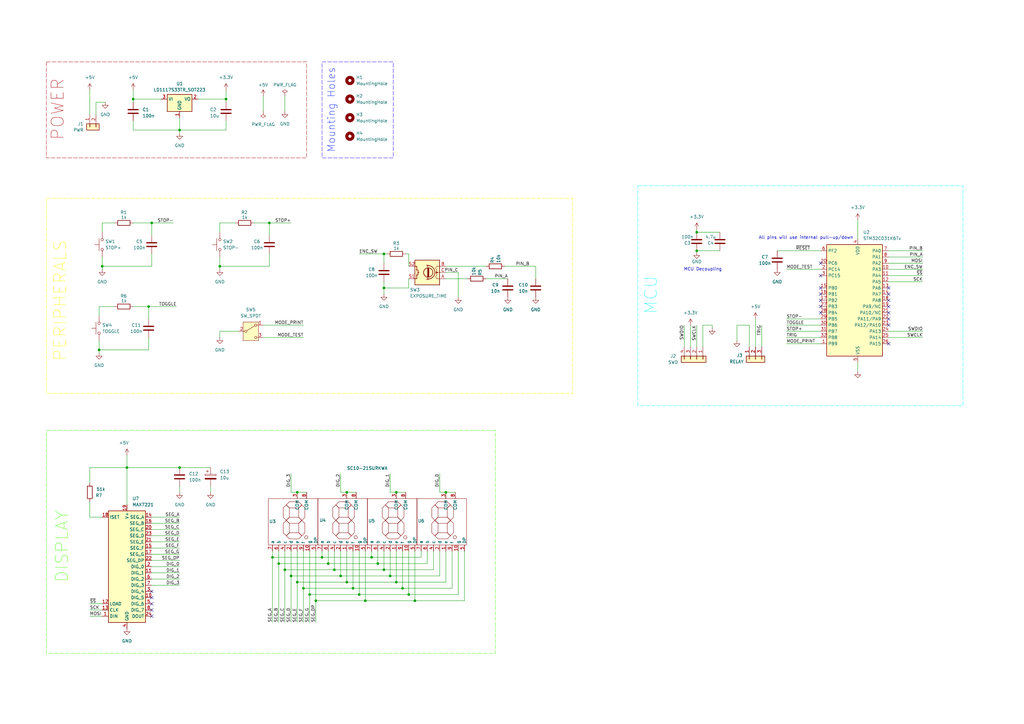
<source format=kicad_sch>
(kicad_sch (version 20231120) (generator "eeschema") (generator_version "8.0")
  (paper "A3")
  (title_block (title "Enlarger Timer") (date "2024-02-11") (rev "1A") (company "sudochamp"))
  (lib_symbols
    (symbol "7_segment:SC10-21SURKWA"
      (property "Reference" "U" (at -12.7 12.7 0))
      (property "Value" "SC10-21SURKWA" (at -7.62 10.16 0))
      (symbol "SC10-21SURKWA_1_1"
        (pin input line (at 1.27 -12.7 90) (length 2.54) (name "e") (number "1"))
        (pin input line (at 6.35 -12.7 90) (length 2.54) (name "g") (number "10"))
        (pin input line (at -1.27 -12.7 90) (length 2.54) (name "d") (number "2"))
        (pin input line (at 1.27 11.43 270) (length 2.54) (name "COM") (number "3"))
        (pin input line (at -3.81 -12.7 90) (length 2.54) (name "c") (number "4"))
        (pin input line (at 8.89 -12.7 90) (length 2.54) (name "DP") (number "5"))
        (pin input line (at -6.35 -12.7 90) (length 2.54) (name "b") (number "6"))
        (pin input line (at -8.89 -12.7 90) (length 2.54) (name "a") (number "7"))
        (pin input line (at 5.08 11.43 270) (length 2.54) (name "COM") (number "8"))
        (pin input line (at 3.81 -12.7 90) (length 2.54) (name "f") (number "9"))
      )
    )
    (symbol "Connector_Generic:Conn_01x02" (pin_names (offset 1.016) hide)
      (property "Reference" "J" (at 0 2.54 0))
      (property "Value" "Conn_01x02" (at 0 -5.08 0))
      (symbol "Conn_01x02_1_1"
        (pin passive line (at -5.08 0 0) (length 3.81) (name "Pin_1") (number "1"))
        (pin passive line (at -5.08 -2.54 0) (length 3.81) (name "Pin_2") (number "2"))
      )
    )
    (symbol "Connector_Generic:Conn_01x03" (pin_names (offset 1.016) hide)
      (property "Reference" "J" (at 0 5.08 0))
      (property "Value" "Conn_01x03" (at 0 -5.08 0))
      (symbol "Conn_01x03_1_1"
        (pin passive line (at -5.08 2.54 0) (length 3.81) (name "Pin_1") (number "1"))
        (pin passive line (at -5.08 0 0) (length 3.81) (name "Pin_2") (number "2"))
        (pin passive line (at -5.08 -2.54 0) (length 3.81) (name "Pin_3") (number "3"))
      )
    )
    (symbol "Connector_Generic:Conn_01x04" (pin_names (offset 1.016) hide)
      (property "Reference" "J" (at 0 5.08 0))
      (property "Value" "Conn_01x04" (at 0 -7.62 0))
      (symbol "Conn_01x04_1_1"
        (pin passive line (at -5.08 2.54 0) (length 3.81) (name "Pin_1") (number "1"))
        (pin passive line (at -5.08 0 0) (length 3.81) (name "Pin_2") (number "2"))
        (pin passive line (at -5.08 -2.54 0) (length 3.81) (name "Pin_3") (number "3"))
        (pin passive line (at -5.08 -5.08 0) (length 3.81) (name "Pin_4") (number "4"))
      )
    )
    (symbol "Device:C" (pin_numbers hide) (pin_names (offset 0.254))
      (property "Reference" "C" (at 0.635 2.54 0))
      (property "Value" "C" (at 0.635 -2.54 0))
      (symbol "C_1_1"
        (pin passive line (at 0 3.81 270) (length 2.794) (name "~") (number "1"))
        (pin passive line (at 0 -3.81 90) (length 2.794) (name "~") (number "2"))
      )
    )
    (symbol "Device:C_Polarized" (pin_numbers hide) (pin_names (offset 0.254))
      (property "Reference" "C" (at 0.635 2.54 0))
      (property "Value" "C_Polarized" (at 0.635 -2.54 0))
      (symbol "C_Polarized_1_1"
        (pin passive line (at 0 3.81 270) (length 2.794) (name "~") (number "1"))
        (pin passive line (at 0 -3.81 90) (length 2.794) (name "~") (number "2"))
      )
    )
    (symbol "Device:R" (pin_numbers hide) (pin_names (offset 0))
      (property "Reference" "R" (at 2.032 0 90))
      (property "Value" "R" (at 0 0 90))
      (symbol "R_1_1"
        (pin passive line (at 0 3.81 270) (length 1.27) (name "~") (number "1"))
        (pin passive line (at 0 -3.81 90) (length 1.27) (name "~") (number "2"))
      )
    )
    (symbol "Device:RotaryEncoder_Switch" (pin_names (offset 0.254) hide)
      (property "Reference" "SW" (at 0 6.604 0))
      (property "Value" "RotaryEncoder_Switch" (at 0 -6.604 0))
      (symbol "RotaryEncoder_Switch_1_1"
        (pin passive line (at -7.62 2.54 0) (length 2.54) (name "A") (number "A"))
        (pin passive line (at -7.62 -2.54 0) (length 2.54) (name "B") (number "B"))
        (pin passive line (at -7.62 0 0) (length 2.54) (name "C") (number "C"))
        (pin passive line (at 7.62 2.54 180) (length 2.54) (name "S1") (number "S1"))
        (pin passive line (at 7.62 -2.54 180) (length 2.54) (name "S2") (number "S2"))
      )
    )
    (symbol "Driver_LED:MAX7219"
      (property "Reference" "U" (at -6.35 24.13 0))
      (property "Value" "MAX7219" (at 1.27 25.4 0))
      (symbol "MAX7219_1_1"
        (pin input line (at -10.16 -20.32 0) (length 2.54) (name "DIN") (number "1"))
        (pin output line (at 10.16 -12.7 180) (length 2.54) (name "DIG_5") (number "10"))
        (pin output line (at 10.16 -2.54 180) (length 2.54) (name "DIG_1") (number "11"))
        (pin input line (at -10.16 -15.24 0) (length 2.54) (name "LOAD") (number "12"))
        (pin input line (at -10.16 -17.78 0) (length 2.54) (name "CLK") (number "13"))
        (pin output line (at 10.16 20.32 180) (length 2.54) (name "SEG_A") (number "14"))
        (pin output line (at 10.16 7.62 180) (length 2.54) (name "SEG_F") (number "15"))
        (pin output line (at 10.16 17.78 180) (length 2.54) (name "SEG_B") (number "16"))
        (pin output line (at 10.16 5.08 180) (length 2.54) (name "SEG_G") (number "17"))
        (pin input line (at -10.16 20.32 0) (length 2.54) (name "ISET") (number "18"))
        (pin power_in line (at 0 25.4 270) (length 2.54) (name "V+") (number "19"))
        (pin output line (at 10.16 0 180) (length 2.54) (name "DIG_0") (number "2"))
        (pin output line (at 10.16 15.24 180) (length 2.54) (name "SEG_C") (number "20"))
        (pin output line (at 10.16 10.16 180) (length 2.54) (name "SEG_E") (number "21"))
        (pin output line (at 10.16 2.54 180) (length 2.54) (name "SEG_DP") (number "22"))
        (pin output line (at 10.16 12.7 180) (length 2.54) (name "SEG_D") (number "23"))
        (pin output line (at 10.16 -20.32 180) (length 2.54) (name "DOUT") (number "24"))
        (pin output line (at 10.16 -10.16 180) (length 2.54) (name "DIG_4") (number "3"))
        (pin power_in line (at 0 -25.4 90) (length 2.54) (name "GND") (number "4"))
        (pin output line (at 10.16 -15.24 180) (length 2.54) (name "DIG_6") (number "5"))
        (pin output line (at 10.16 -5.08 180) (length 2.54) (name "DIG_2") (number "6"))
        (pin output line (at 10.16 -7.62 180) (length 2.54) (name "DIG_3") (number "7"))
        (pin output line (at 10.16 -17.78 180) (length 2.54) (name "DIG_7") (number "8"))
        (pin passive line (at 0 -25.4 90) (length 2.54) hide (name "GND") (number "9"))
      )
    )
    (symbol "GND_1" (power) (pin_names (offset 0))
      (property "Value" "GND_1" (at 0 -3.81 0))
      (symbol "GND_1_1_1"
        (pin power_in line (at 0 0 270) (length 0) hide (name "GND") (number "1"))
      )
    )
    (symbol "MCU_ST_STM32C0:STM32C031K6Tx"
      (property "Reference" "U" (at -10.16 24.13 0))
      (property "Value" "STM32C031K6Tx" (at 5.08 24.13 0))
      (symbol "STM32C031K6Tx_1_1"
        (pin bidirectional line (at -12.7 -17.78 0) (length 2.54) (name "PB9") (number "1"))
        (pin bidirectional line (at 15.24 12.7 180) (length 2.54) (name "PA3") (number "10"))
        (pin bidirectional line (at 15.24 10.16 180) (length 2.54) (name "PA4") (number "11"))
        (pin bidirectional line (at 15.24 7.62 180) (length 2.54) (name "PA5") (number "12"))
        (pin bidirectional line (at 15.24 5.08 180) (length 2.54) (name "PA6") (number "13"))
        (pin bidirectional line (at 15.24 2.54 180) (length 2.54) (name "PA7") (number "14"))
        (pin bidirectional line (at -12.7 5.08 0) (length 2.54) (name "PB0") (number "15"))
        (pin bidirectional line (at -12.7 2.54 0) (length 2.54) (name "PB1") (number "16"))
        (pin bidirectional line (at -12.7 0 0) (length 2.54) (name "PB2") (number "17"))
        (pin bidirectional line (at 15.24 0 180) (length 2.54) (name "PA8") (number "18"))
        (pin bidirectional line (at 15.24 -2.54 180) (length 2.54) (name "PA9/NC") (number "19"))
        (pin bidirectional line (at -12.7 12.7 0) (length 2.54) (name "PC14") (number "2"))
        (pin bidirectional line (at -12.7 15.24 0) (length 2.54) (name "PC6") (number "20"))
        (pin bidirectional line (at 15.24 -5.08 180) (length 2.54) (name "PA10/NC") (number "21"))
        (pin bidirectional line (at 15.24 -7.62 180) (length 2.54) (name "PA11/PA9") (number "22"))
        (pin bidirectional line (at 15.24 -10.16 180) (length 2.54) (name "PA12/PA10") (number "23"))
        (pin bidirectional line (at 15.24 -12.7 180) (length 2.54) (name "PA13") (number "24"))
        (pin bidirectional line (at 15.24 -15.24 180) (length 2.54) (name "PA14") (number "25"))
        (pin bidirectional line (at 15.24 -17.78 180) (length 2.54) (name "PA15") (number "26"))
        (pin bidirectional line (at -12.7 -2.54 0) (length 2.54) (name "PB3") (number "27"))
        (pin bidirectional line (at -12.7 -5.08 0) (length 2.54) (name "PB4") (number "28"))
        (pin bidirectional line (at -12.7 -7.62 0) (length 2.54) (name "PB5") (number "29"))
        (pin bidirectional line (at -12.7 10.16 0) (length 2.54) (name "PC15") (number "3"))
        (pin bidirectional line (at -12.7 -10.16 0) (length 2.54) (name "PB6") (number "30"))
        (pin bidirectional line (at -12.7 -12.7 0) (length 2.54) (name "PB7") (number "31"))
        (pin bidirectional line (at -12.7 -15.24 0) (length 2.54) (name "PB8") (number "32"))
        (pin power_in line (at 2.54 25.4 270) (length 2.54) (name "VDD") (number "4"))
        (pin power_in line (at 2.54 -25.4 90) (length 2.54) (name "VSS") (number "5"))
        (pin bidirectional line (at -12.7 20.32 0) (length 2.54) (name "PF2") (number "6"))
        (pin bidirectional line (at 15.24 20.32 180) (length 2.54) (name "PA0") (number "7"))
        (pin bidirectional line (at 15.24 17.78 180) (length 2.54) (name "PA1") (number "8"))
        (pin bidirectional line (at 15.24 15.24 180) (length 2.54) (name "PA2") (number "9"))
      )
    )
    (symbol "Mechanical:MountingHole" (pin_names (offset 1.016))
      (property "Reference" "H" (at 0 5.08 0))
      (property "Value" "MountingHole" (at 0 3.175 0))
    )
    (symbol "Regulator_Linear:LD1117S33TR_SOT223"
      (property "Reference" "U" (at -3.81 3.175 0))
      (property "Value" "LD1117S33TR_SOT223" (at 0 3.175 0))
      (symbol "LD1117S33TR_SOT223_1_1"
        (pin power_in line (at 0 -7.62 90) (length 2.54) (name "GND") (number "1"))
        (pin power_out line (at 7.62 0 180) (length 2.54) (name "VO") (number "2"))
        (pin power_in line (at -7.62 0 0) (length 2.54) (name "VI") (number "3"))
      )
    )
    (symbol "Switch:SW_Push" (pin_numbers hide) (pin_names (offset 1.016) hide)
      (property "Reference" "SW" (at 1.27 2.54 0))
      (property "Value" "SW_Push" (at 0 -1.524 0))
      (symbol "SW_Push_0_1"
        (pin passive line (at -5.08 0 0) (length 2.54) (name "1") (number "1"))
        (pin passive line (at 5.08 0 180) (length 2.54) (name "2") (number "2"))
      )
    )
    (symbol "Switch:SW_SPDT" (pin_names (offset 0) hide)
      (property "Reference" "SW" (at 0 5.08 0))
      (property "Value" "SW_SPDT" (at 0 -5.08 0))
      (symbol "SW_SPDT_1_1"
        (pin passive line (at 5.08 2.54 180) (length 2.54) (name "A") (number "1"))
        (pin passive line (at -5.08 0 0) (length 2.54) (name "B") (number "2"))
        (pin passive line (at 5.08 -2.54 180) (length 2.54) (name "C") (number "3"))
      )
    )
    (symbol "power:+3.3V" (power) (pin_numbers hide) (pin_names (offset 0) hide)
      (property "Value" "+3.3V" (at 0 3.556 0))
      (symbol "+3.3V_1_1"
        (pin power_in line (at 0 0 90) (length 0) (name "~") (number "1"))
      )
    )
    (symbol "power:+5V" (power) (pin_names (offset 0))
      (property "Value" "+5V" (at 0 3.556 0))
      (symbol "+5V_1_1"
        (pin power_in line (at 0 0 90) (length 0) hide (name "+5V") (number "1"))
      )
    )
    (symbol "power:GND" (power) (pin_names (offset 0))
      (property "Value" "GND" (at 0 -3.81 0))
      (symbol "GND_1_1"
        (pin power_in line (at 0 0 270) (length 0) hide (name "GND") (number "1"))
      )
    )
    (symbol "power:PWR_FLAG" (power) (pin_numbers hide) (pin_names (offset 0) hide)
      (property "Value" "PWR_FLAG" (at 0 3.81 0))
      (symbol "PWR_FLAG_0_0"
        (pin power_out line (at 0 0 90) (length 0) (name "~") (number "1"))
      )
    )
  )
  (junction (at 40.64 143.51))
  (junction (at 142.24 201.93))
  (junction (at 144.78 241.3))
  (junction (at 154.94 231.14))
  (junction (at 167.64 243.84))
  (junction (at 124.46 241.3))
  (junction (at 139.7 236.22))
  (junction (at 162.56 201.93))
  (junction (at 147.32 243.84))
  (junction (at 121.92 238.76))
  (junction (at 152.4 228.6))
  (junction (at 62.23 91.44))
  (junction (at 137.16 233.68))
  (junction (at 134.62 231.14))
  (junction (at 52.07 191.77))
  (junction (at 160.02 236.22))
  (junction (at 170.18 246.38))
  (junction (at 92.71 40.64))
  (junction (at 132.08 228.6))
  (junction (at 73.66 191.77))
  (junction (at 149.86 246.38))
  (junction (at 285.75 95.25))
  (junction (at 127 243.84))
  (junction (at 116.84 233.68))
  (junction (at 165.1 241.3))
  (junction (at 157.48 233.68))
  (junction (at 54.61 40.64))
  (junction (at 90.17 109.22))
  (junction (at 111.76 228.6))
  (junction (at 121.92 201.93))
  (junction (at 114.3 231.14))
  (junction (at 129.54 246.38))
  (junction (at 157.48 104.14))
  (junction (at 41.91 109.22))
  (junction (at 110.49 91.44))
  (junction (at 285.75 102.87))
  (junction (at 157.48 118.11))
  (junction (at 162.56 238.76))
  (junction (at 60.96 125.73))
  (junction (at 119.38 236.22))
  (junction (at 182.88 201.93))
  (junction (at 73.66 53.34))
  (junction (at 142.24 238.76))
  (no_connect (at 336.55 113.03))
  (no_connect (at 336.55 107.95))
  (no_connect (at 62.23 250.19))
  (no_connect (at 364.49 140.97))
  (no_connect (at 364.49 118.11))
  (no_connect (at 62.23 242.57))
  (no_connect (at 364.49 123.19))
  (no_connect (at 336.55 120.65))
  (no_connect (at 364.49 120.65))
  (no_connect (at 336.55 125.73))
  (no_connect (at 62.23 247.65))
  (no_connect (at 364.49 128.27))
  (no_connect (at 364.49 133.35))
  (no_connect (at 336.55 118.11))
  (no_connect (at 336.55 128.27))
  (no_connect (at 364.49 130.81))
  (no_connect (at 62.23 252.73))
  (no_connect (at 364.49 125.73))
  (no_connect (at 336.55 123.19))
  (no_connect (at 62.23 245.11))
  (wire (pts (xy 73.66 212.09) (xy 62.23 212.09)))
  (wire (pts (xy 149.86 246.38) (xy 149.86 226.06)))
  (wire (pts (xy 54.61 41.91) (xy 54.61 40.64)))
  (wire (pts (xy 36.83 191.77) (xy 36.83 198.12)))
  (wire (pts (xy 167.64 243.84) (xy 167.64 226.06)))
  (wire (pts (xy 364.49 105.41) (xy 378.46 105.41)))
  (wire (pts (xy 364.49 107.95) (xy 378.46 107.95)))
  (wire (pts (xy 36.83 250.19) (xy 41.91 250.19)))
  (wire (pts (xy 92.71 36.83) (xy 92.71 40.64)))
  (wire (pts (xy 132.08 228.6) (xy 111.76 228.6)))
  (wire (pts (xy 190.5 246.38) (xy 190.5 226.06)))
  (wire (pts (xy 60.96 143.51) (xy 60.96 138.43)))
  (wire (pts (xy 322.58 140.97) (xy 336.55 140.97)))
  (wire (pts (xy 119.38 236.22) (xy 119.38 226.06)))
  (wire (pts (xy 285.75 103.505) (xy 285.75 102.87)))
  (wire (pts (xy 172.72 228.6) (xy 152.4 228.6)))
  (wire (pts (xy 121.92 226.06) (xy 121.92 238.76)))
  (wire (pts (xy 364.49 115.57) (xy 378.46 115.57)))
  (wire (pts (xy 160.02 236.22) (xy 139.7 236.22)))
  (wire (pts (xy 280.67 133.35) (xy 280.67 142.24)))
  (wire (pts (xy 52.07 186.69) (xy 52.07 191.77)))
  (wire (pts (xy 182.88 114.3) (xy 191.77 114.3)))
  (wire (pts (xy 182.88 201.93) (xy 186.69 201.93)))
  (wire (pts (xy 41.91 105.41) (xy 41.91 109.22)))
  (wire (pts (xy 36.83 252.73) (xy 41.91 252.73)))
  (wire (pts (xy 137.16 233.68) (xy 157.48 233.68)))
  (wire (pts (xy 302.26 139.7) (xy 302.26 133.35)))
  (wire (pts (xy 81.28 40.64) (xy 92.71 40.64)))
  (wire (pts (xy 40.64 125.73) (xy 40.64 129.54)))
  (wire (pts (xy 322.58 133.35) (xy 336.55 133.35)))
  (wire (pts (xy 41.91 212.09) (xy 36.83 212.09)))
  (wire (pts (xy 90.17 105.41) (xy 90.17 109.22)))
  (wire (pts (xy 167.64 114.3) (xy 167.64 118.11)))
  (wire (pts (xy 285.75 93.98) (xy 285.75 95.25)))
  (wire (pts (xy 142.24 238.76) (xy 142.24 226.06)))
  (wire (pts (xy 154.94 231.14) (xy 154.94 226.06)))
  (wire (pts (xy 114.3 231.14) (xy 134.62 231.14)))
  (wire (pts (xy 40.64 139.7) (xy 40.64 143.51)))
  (wire (pts (xy 107.95 39.37) (xy 107.95 45.72)))
  (wire (pts (xy 97.79 135.89) (xy 90.17 135.89)))
  (wire (pts (xy 73.66 227.33) (xy 62.23 227.33)))
  (wire (pts (xy 302.26 133.35) (xy 307.34 133.35)))
  (wire (pts (xy 285.75 133.35) (xy 285.75 142.24)))
  (wire (pts (xy 175.26 231.14) (xy 154.94 231.14)))
  (wire (pts (xy 134.62 226.06) (xy 134.62 231.14)))
  (wire (pts (xy 129.54 226.06) (xy 129.54 246.38)))
  (wire (pts (xy 73.66 191.77) (xy 86.36 191.77)))
  (wire (pts (xy 157.48 104.14) (xy 157.48 107.95)))
  (wire (pts (xy 60.96 125.73) (xy 60.96 130.81)))
  (wire (pts (xy 73.66 234.95) (xy 62.23 234.95)))
  (wire (pts (xy 364.49 102.87) (xy 378.46 102.87)))
  (wire (pts (xy 54.61 125.73) (xy 60.96 125.73)))
  (wire (pts (xy 180.34 194.31) (xy 180.34 201.93)))
  (wire (pts (xy 288.29 133.35) (xy 288.29 142.24)))
  (wire (pts (xy 111.76 228.6) (xy 111.76 255.27)))
  (wire (pts (xy 142.24 238.76) (xy 162.56 238.76)))
  (wire (pts (xy 73.66 53.34) (xy 92.71 53.34)))
  (wire (pts (xy 40.64 143.51) (xy 40.64 144.78)))
  (wire (pts (xy 62.23 109.22) (xy 62.23 104.14)))
  (wire (pts (xy 41.91 109.22) (xy 62.23 109.22)))
  (wire (pts (xy 147.32 104.14) (xy 157.48 104.14)))
  (wire (pts (xy 73.66 224.79) (xy 62.23 224.79)))
  (wire (pts (xy 107.95 133.35) (xy 124.46 133.35)))
  (wire (pts (xy 73.66 199.39) (xy 73.66 201.93)))
  (wire (pts (xy 364.49 138.43) (xy 378.46 138.43)))
  (wire (pts (xy 36.83 191.77) (xy 52.07 191.77)))
  (wire (pts (xy 116.84 233.68) (xy 116.84 255.27)))
  (wire (pts (xy 292.1 133.35) (xy 292.1 134.62)))
  (wire (pts (xy 116.84 39.37) (xy 116.84 45.72)))
  (wire (pts (xy 107.95 138.43) (xy 124.46 138.43)))
  (wire (pts (xy 152.4 228.6) (xy 132.08 228.6)))
  (wire (pts (xy 119.38 236.22) (xy 119.38 255.27)))
  (wire (pts (xy 54.61 91.44) (xy 62.23 91.44)))
  (wire (pts (xy 52.07 191.77) (xy 52.07 207.01)))
  (wire (pts (xy 121.92 201.93) (xy 125.73 201.93)))
  (wire (pts (xy 41.91 91.44) (xy 41.91 95.25)))
  (wire (pts (xy 54.61 53.34) (xy 73.66 53.34)))
  (wire (pts (xy 73.66 219.71) (xy 62.23 219.71)))
  (wire (pts (xy 62.23 91.44) (xy 71.12 91.44)))
  (wire (pts (xy 114.3 226.06) (xy 114.3 231.14)))
  (wire (pts (xy 142.24 201.93) (xy 146.05 201.93)))
  (wire (pts (xy 364.49 110.49) (xy 378.46 110.49)))
  (wire (pts (xy 175.26 226.06) (xy 175.26 231.14)))
  (wire (pts (xy 157.48 120.65) (xy 157.48 118.11)))
  (wire (pts (xy 90.17 109.22) (xy 90.17 110.49)))
  (wire (pts (xy 73.66 232.41) (xy 62.23 232.41)))
  (wire (pts (xy 139.7 226.06) (xy 139.7 236.22)))
  (wire (pts (xy 39.37 41.91) (xy 39.37 46.99)))
  (wire (pts (xy 160.02 226.06) (xy 160.02 236.22)))
  (wire (pts (xy 127 243.84) (xy 147.32 243.84)))
  (wire (pts (xy 54.61 40.64) (xy 66.04 40.64)))
  (wire (pts (xy 116.84 233.68) (xy 137.16 233.68)))
  (wire (pts (xy 185.42 226.06) (xy 185.42 241.3)))
  (wire (pts (xy 177.8 233.68) (xy 177.8 226.06)))
  (wire (pts (xy 162.56 201.93) (xy 166.37 201.93)))
  (wire (pts (xy 157.48 233.68) (xy 157.48 226.06)))
  (wire (pts (xy 52.07 191.77) (xy 73.66 191.77)))
  (wire (pts (xy 322.58 135.89) (xy 336.55 135.89)))
  (wire (pts (xy 129.54 246.38) (xy 129.54 255.27)))
  (wire (pts (xy 307.34 133.35) (xy 307.34 142.24)))
  (wire (pts (xy 149.86 246.38) (xy 170.18 246.38)))
  (wire (pts (xy 127 243.84) (xy 127 255.27)))
  (wire (pts (xy 285.75 95.25) (xy 295.275 95.25)))
  (wire (pts (xy 147.32 243.84) (xy 167.64 243.84)))
  (wire (pts (xy 90.17 109.22) (xy 110.49 109.22)))
  (wire (pts (xy 180.34 226.06) (xy 180.34 236.22)))
  (wire (pts (xy 162.56 238.76) (xy 162.56 226.06)))
  (wire (pts (xy 172.72 226.06) (xy 172.72 228.6)))
  (wire (pts (xy 351.79 148.59) (xy 351.79 152.4)))
  (wire (pts (xy 119.38 201.93) (xy 121.92 201.93)))
  (wire (pts (xy 170.18 246.38) (xy 190.5 246.38)))
  (wire (pts (xy 219.71 114.3) (xy 219.71 109.22)))
  (wire (pts (xy 36.83 36.83) (xy 36.83 46.99)))
  (wire (pts (xy 132.08 226.06) (xy 132.08 228.6)))
  (wire (pts (xy 144.78 241.3) (xy 144.78 226.06)))
  (wire (pts (xy 152.4 226.06) (xy 152.4 228.6)))
  (wire (pts (xy 110.49 91.44) (xy 119.38 91.44)))
  (wire (pts (xy 124.46 226.06) (xy 124.46 241.3)))
  (wire (pts (xy 124.46 241.3) (xy 124.46 255.27)))
  (wire (pts (xy 162.56 238.76) (xy 182.88 238.76)))
  (wire (pts (xy 180.34 236.22) (xy 160.02 236.22)))
  (wire (pts (xy 182.88 111.76) (xy 187.96 111.76)))
  (wire (pts (xy 139.7 194.31) (xy 139.7 201.93)))
  (wire (pts (xy 86.36 201.93) (xy 86.36 199.39)))
  (wire (pts (xy 157.48 104.14) (xy 158.75 104.14)))
  (wire (pts (xy 73.66 54.61) (xy 73.66 53.34)))
  (wire (pts (xy 137.16 233.68) (xy 137.16 226.06)))
  (wire (pts (xy 139.7 236.22) (xy 119.38 236.22)))
  (wire (pts (xy 170.18 246.38) (xy 170.18 226.06)))
  (wire (pts (xy 36.83 247.65) (xy 41.91 247.65)))
  (wire (pts (xy 134.62 231.14) (xy 154.94 231.14)))
  (wire (pts (xy 144.78 241.3) (xy 165.1 241.3)))
  (wire (pts (xy 157.48 118.11) (xy 157.48 115.57)))
  (wire (pts (xy 199.39 114.3) (xy 208.28 114.3)))
  (wire (pts (xy 124.46 241.3) (xy 144.78 241.3)))
  (wire (pts (xy 182.88 238.76) (xy 182.88 226.06)))
  (wire (pts (xy 147.32 243.84) (xy 147.32 226.06)))
  (wire (pts (xy 54.61 49.53) (xy 54.61 53.34)))
  (wire (pts (xy 36.83 205.74) (xy 36.83 212.09)))
  (wire (pts (xy 119.38 194.31) (xy 119.38 201.93)))
  (wire (pts (xy 219.71 109.22) (xy 207.01 109.22)))
  (wire (pts (xy 121.92 238.76) (xy 121.92 255.27)))
  (wire (pts (xy 110.49 109.22) (xy 110.49 104.14)))
  (wire (pts (xy 187.96 121.92) (xy 187.96 111.76)))
  (wire (pts (xy 73.66 240.03) (xy 62.23 240.03)))
  (wire (pts (xy 114.3 231.14) (xy 114.3 255.27)))
  (wire (pts (xy 73.66 237.49) (xy 62.23 237.49)))
  (wire (pts (xy 41.91 91.44) (xy 46.99 91.44)))
  (wire (pts (xy 92.71 49.53) (xy 92.71 53.34)))
  (wire (pts (xy 160.02 201.93) (xy 162.56 201.93)))
  (wire (pts (xy 285.75 102.87) (xy 295.275 102.87)))
  (wire (pts (xy 364.49 135.89) (xy 378.46 135.89)))
  (wire (pts (xy 167.64 118.11) (xy 157.48 118.11)))
  (wire (pts (xy 111.76 226.06) (xy 111.76 228.6)))
  (wire (pts (xy 165.1 241.3) (xy 185.42 241.3)))
  (wire (pts (xy 309.88 130.81) (xy 309.88 142.24)))
  (wire (pts (xy 157.48 233.68) (xy 177.8 233.68)))
  (wire (pts (xy 187.96 243.84) (xy 187.96 226.06)))
  (wire (pts (xy 167.64 109.22) (xy 167.64 104.14)))
  (wire (pts (xy 167.64 243.84) (xy 187.96 243.84)))
  (wire (pts (xy 129.54 246.38) (xy 149.86 246.38)))
  (wire (pts (xy 182.88 109.22) (xy 199.39 109.22)))
  (wire (pts (xy 73.66 53.34) (xy 73.66 48.26)))
  (wire (pts (xy 180.34 201.93) (xy 182.88 201.93)))
  (wire (pts (xy 336.55 138.43) (xy 322.58 138.43)))
  (wire (pts (xy 322.58 110.49) (xy 336.55 110.49)))
  (wire (pts (xy 73.66 222.25) (xy 62.23 222.25)))
  (wire (pts (xy 139.7 201.93) (xy 142.24 201.93)))
  (wire (pts (xy 104.14 91.44) (xy 110.49 91.44)))
  (wire (pts (xy 41.91 109.22) (xy 41.91 110.49)))
  (wire (pts (xy 90.17 91.44) (xy 96.52 91.44)))
  (wire (pts (xy 73.66 217.17) (xy 62.23 217.17)))
  (wire (pts (xy 60.96 125.73) (xy 72.39 125.73)))
  (wire (pts (xy 54.61 36.83) (xy 54.61 40.64)))
  (wire (pts (xy 167.64 104.14) (xy 166.37 104.14)))
  (wire (pts (xy 39.37 41.91) (xy 43.18 41.91)))
  (wire (pts (xy 73.66 214.63) (xy 62.23 214.63)))
  (wire (pts (xy 40.64 125.73) (xy 46.99 125.73)))
  (wire (pts (xy 90.17 135.89) (xy 90.17 138.43)))
  (wire (pts (xy 90.17 91.44) (xy 90.17 95.25)))
  (wire (pts (xy 121.92 238.76) (xy 142.24 238.76)))
  (wire (pts (xy 92.71 40.64) (xy 92.71 41.91)))
  (wire (pts (xy 283.21 133.35) (xy 283.21 142.24)))
  (wire (pts (xy 110.49 91.44) (xy 110.49 96.52)))
  (wire (pts (xy 160.02 194.31) (xy 160.02 201.93)))
  (wire (pts (xy 73.66 229.87) (xy 62.23 229.87)))
  (wire (pts (xy 165.1 241.3) (xy 165.1 226.06)))
  (wire (pts (xy 351.79 97.79) (xy 351.79 90.17)))
  (wire (pts (xy 127 226.06) (xy 127 243.84)))
  (wire (pts (xy 40.64 143.51) (xy 60.96 143.51)))
  (wire (pts (xy 322.58 130.81) (xy 336.55 130.81)))
  (wire (pts (xy 364.49 113.03) (xy 378.46 113.03)))
  (wire (pts (xy 318.77 102.87) (xy 336.55 102.87)))
  (wire (pts (xy 312.42 133.35) (xy 312.42 142.24)))
  (wire (pts (xy 62.23 91.44) (xy 62.23 96.52)))
  (wire (pts (xy 116.84 226.06) (xy 116.84 233.68)))
  (wire (pts (xy 288.29 133.35) (xy 292.1 133.35)))
  (rectangle (start 19.05 25.4) (end 125.73 64.77) (stroke (width 0) (type dash) (color 168 0 6 1)))
  (rectangle (start 132.08 25.4) (end 161.29 64.77) (stroke (width 0) (type dash) (color 39 0 255 1)))
  (rectangle (start 19.05 81.28) (end 234.95 161.29) (stroke (width 0) (type dash) (color 250 255 0 1)))
  (rectangle (start 261.62 76.2) (end 394.97 166.37) (stroke (width 0) (type dash) (color 8 251 255 1)))
  (rectangle (start 19.05 176.53) (end 203.2 267.97) (stroke (width 0) (type dash) (color 63 255 0 1)))
  (text "MCU" (at 266.954 121.158 90) (effects (font (size 5 5))))
  (text "MCU Decoupling" (at 280.416 111.252 0) (effects (font (size 1.27 1.27)) (justify left bottom)))
  (text "Mounting Holes" (at 135.89 45.212 90) (effects (font (size 3 3))))
  (text "POWER" (at 23.622 44.958 90) (effects (font (size 5 5))))
  (text "All pins will use internal pull-up/down" (at 311.15 98.298 0) (effects (font (size 1.27 1.27)) (justify left bottom)))
  (text "DISPLAY" (at 25.4 224.282 90) (effects (font (size 5 5))))
  (text "PERIPHERALS" (at 24.638 123.444 90) (effects (font (size 5 5))))
  (label "SEG_G" (at 73.66 227.33 180))
  (label "SWDIO" (at 378.46 135.89 180))
  (label "TRIG" (at 322.58 138.43 0))
  (label "SEG_DP" (at 129.54 255.27 90))
  (label "SEG_D" (at 73.66 219.71 180))
  (label "SEG_C" (at 116.84 255.27 90))
  (label "DIG_3" (at 119.38 194.31 270))
  (label "MODE_PRINT" (at 322.58 140.97 0))
  (label "STOP-" (at 322.58 130.81 0))
  (label "MODE_PRINT" (at 124.46 133.35 180))
  (label "PIN_A" (at 378.46 105.41 180))
  (label "PIN_B" (at 378.46 102.87 180))
  (label "PIN_B" (at 217.17 109.22 180))
  (label "SEG_C" (at 73.66 217.17 180))
  (label "ENC_SW" (at 378.46 110.49 180))
  (label "STOP+" (at 322.58 135.89 0))
  (label "DIG_1" (at 160.02 194.31 270))
  (label "TOGGLE" (at 72.39 125.73 180))
  (label "MODE_TEST" (at 322.58 110.49 0))
  (label "DIG_0" (at 73.66 232.41 180))
  (label "SEG_F" (at 124.46 255.27 90))
  (label "MOSI" (at 36.83 252.73 0))
  (label "SWCLK" (at 285.75 133.35 270))
  (label "SCK" (at 36.83 250.19 0))
  (label "~{SS}" (at 36.83 247.65 0))
  (label "TRIG" (at 312.42 133.35 270))
  (label "STOP+" (at 119.38 91.44 180))
  (label "DIG_3" (at 73.66 240.03 180))
  (label "~{SS}" (at 378.46 113.03 180))
  (label "SWCLK" (at 378.46 138.43 180))
  (label "DIG_2" (at 73.66 237.49 180))
  (label "DIG_0" (at 180.34 194.31 270))
  (label "SEG_B" (at 73.66 214.63 180))
  (label "SEG_DP" (at 73.66 229.87 180))
  (label "SEG_E" (at 73.66 222.25 180))
  (label "SEG_D" (at 119.38 255.27 90))
  (label "SEG_A" (at 111.76 255.27 90))
  (label "SEG_G" (at 127 255.27 90))
  (label "SEG_E" (at 121.92 255.27 90))
  (label "ENC_SW" (at 147.32 104.14 0))
  (label "DIG_1" (at 73.66 234.95 180))
  (label "TOGGLE" (at 322.58 133.35 0))
  (label "STOP-" (at 71.12 91.44 180))
  (label "PIN_A" (at 208.28 114.3 180))
  (label "SCK" (at 378.46 115.57 180))
  (label "SWDIO" (at 280.67 133.35 270))
  (label "MOSI" (at 378.46 107.95 180))
  (label "MODE_TEST" (at 124.46 138.43 180))
  (label "SEG_F" (at 73.66 224.79 180))
  (label "~{RESET}" (at 326.39 102.87 0))
  (label "DIG_2" (at 139.7 194.31 270))
  (label "PIN_C" (at 187.96 111.76 180))
  (label "SEG_B" (at 114.3 255.27 90))
  (label "SEG_A" (at 73.66 212.09 180))
  (symbol (lib_id "Device:C") (at 318.77 106.68 180) (unit 1)
    (property "Reference" "C7" (at 313.69 105.41 0))
    (property "Value" "100n" (at 313.69 107.95 0))
    (property "Footprint" "Capacitor_SMD:C_0603_1608Metric" (effects (hide yes)))
    (property "LCSC Part Number" "C2687355" (effects (hide yes)))
    (property "JLPCB_Part_No" "C14663" (effects (hide yes)))
    (property "JLCPCB_Footprint" "0603" (effects (hide yes)))
  )
  (symbol (lib_id "power:GND") (at 52.07 257.81 0) (unit 1)
    (property "Reference" "#PWR028" (effects (hide yes)))
    (property "Value" "GND" (at 52.07 262.89 0))
  )
  (symbol (lib_id "Device:R") (at 50.8 91.44 90) (mirror x) (unit 1)
    (property "Reference" "R1" (at 52.07 87.122 90) (effects (justify left)))
    (property "Value" "1k" (at 52.07 89.154 90) (effects (justify left)))
    (property "Footprint" "Resistor_SMD:R_0603_1608Metric" (effects (hide yes)))
    (property "LCSC Part Number" "C5123581" (effects (hide yes)))
    (property "JLPCB_Part_No" "C25804" (effects (hide yes)))
    (property "JLCPCB_Footprint" "0603" (effects (hide yes)))
  )
  (symbol (lib_id "Mechanical:MountingHole") (at 143.51 40.64 0) (unit 1)
    (property "Reference" "H2" (at 146.05 39.37 0) (effects (justify left)))
    (property "Value" "MountingHole" (at 146.05 41.91 0) (effects (justify left)))
    (property "Footprint" "MountingHole:MountingHole_3.2mm_M3" (effects (hide yes)))
  )
  (symbol (lib_name "GND_1") (lib_id "power:GND") (at 292.1 134.62 0) (unit 1)
    (property "Reference" "#PWR019" (effects (hide yes)))
    (property "Value" "GND" (effects (hide yes)))
  )
  (symbol (lib_id "power:+5V") (at 52.07 186.69 0) (unit 1)
    (property "Reference" "#PWR025" (effects (hide yes)))
    (property "Value" "+5V" (at 50.8 181.61 0))
  )
  (symbol (lib_id "power:+3.3V") (at 351.79 90.17 0) (unit 1)
    (property "Reference" "#PWR08" (effects (hide yes)))
    (property "Value" "+3.3V" (at 351.79 85.09 0))
    (property "Description" "Power symbol creates a global label with name \"+3.3V\"" (effects (hide yes)))
  )
  (symbol (lib_id "power:GND") (at 219.71 121.92 0) (unit 1)
    (property "Reference" "#PWR017" (effects (hide yes)))
    (property "Value" "GND" (at 219.71 127 0))
  )
  (symbol (lib_id "power:+5V") (at 54.61 36.83 0) (unit 1)
    (property "Reference" "#PWR02" (effects (hide yes)))
    (property "Value" "+5V" (at 54.61 31.75 0))
  )
  (symbol (lib_id "Device:R") (at 50.8 125.73 90) (mirror x) (unit 1)
    (property "Reference" "R6" (at 52.07 121.412 90) (effects (justify left)))
    (property "Value" "1k" (at 52.07 123.444 90) (effects (justify left)))
    (property "Footprint" "Resistor_SMD:R_0603_1608Metric" (effects (hide yes)))
    (property "LCSC Part Number" "C5123581" (effects (hide yes)))
    (property "JLPCB_Part_No" "C25804" (effects (hide yes)))
    (property "JLCPCB_Footprint" "0603" (effects (hide yes)))
  )
  (symbol (lib_id "power:GND") (at 40.64 144.78 0) (unit 1)
    (property "Reference" "#PWR023" (effects (hide yes)))
    (property "Value" "GND" (at 40.64 149.86 0))
  )
  (symbol (lib_id "Device:C_Polarized") (at 86.36 195.58 0) (unit 1)
    (property "Reference" "C13" (at 90.17 193.421 0) (effects (justify left)))
    (property "Value" "10u" (at 90.17 195.961 0) (effects (justify left)))
    (property "Footprint" "Capacitor_SMD:CP_Elec_4x5.4" (effects (hide yes)))
    (property "LCSC Part Number" "C4747971" (effects (hide yes)))
    (property "JLPCB_Part_No" "C116399" (effects (hide yes)))
    (property "JLCPCB_Footprint" "CP_Elec_4x5.4 " (effects (hide yes)))
  )
  (symbol (lib_id "Device:C") (at 295.275 99.06 180) (unit 1)
    (property "Reference" "C4" (at 291.465 99.695 0))
    (property "Value" "4.7u" (at 291.465 97.155 0))
    (property "Footprint" "Capacitor_SMD:C_0603_1608Metric" (effects (hide yes)))
    (property "Description" "MCU decouple" (effects (hide yes)))
    (property "JLPCB_MPN" "CL21A475KAQNNNE" (effects (hide yes)))
    (property "JLPCB_Mfg" "Samsung Electro-Mechanics" (effects (hide yes)))
    (property "JLPCB_Part_No" "C99229" (effects (hide yes)))
    (property "JLPCB_URL" "https://jlcpcb.com/parts/2nd/Capacitors/Multilayer_Ceramic_Capacitors_MLCC_SMD_SMT_33" (effects (hide yes)))
    (property "JLPCB_Price" " $0.0110 " (effects (hide yes)))
    (property "LCSC Part #" "C1779" (effects (hide yes)))
    (property "Basic/Extended" "B" (effects (hide yes)))
    (property "JLCPCB_Footprint" "0603" (effects (hide yes)))
  )
  (symbol (lib_id "Device:C") (at 73.66 195.58 0) (mirror y) (unit 1)
    (property "Reference" "C12" (at 77.47 194.31 0) (effects (justify right)))
    (property "Value" "100n" (at 77.47 196.85 0) (effects (justify right)))
    (property "Footprint" "Capacitor_SMD:C_0603_1608Metric" (effects (hide yes)))
    (property "LCSC Part Number" "C2687355" (effects (hide yes)))
    (property "JLPCB_Part_No" "C14663" (effects (hide yes)))
    (property "JLCPCB_Footprint" "0603" (effects (hide yes)))
  )
  (symbol (lib_id "power:GND") (at 43.18 41.91 0) (unit 1)
    (property "Reference" "#PWR05" (effects (hide yes)))
    (property "Value" "GND" (at 43.18 46.99 0))
  )
  (symbol (lib_id "7_segment:SC10-21SURKWA") (at 161.29 213.36 0) (unit 1)
    (property "Reference" "U5" (at 152.4 213.614 0))
    (property "Value" "SC10-21SURKWA" (effects (hide yes)))
    (property "Footprint" "7_segmeng:SC10-21SURKWA" (effects (hide yes)))
  )
  (symbol (lib_id "power:+3.3V") (at 92.71 36.83 0) (unit 1)
    (property "Reference" "#PWR03" (effects (hide yes)))
    (property "Value" "+3.3V" (at 92.71 31.75 0))
    (property "Description" "Power symbol creates a global label with name \"+3.3V\"" (effects (hide yes)))
  )
  (symbol (lib_id "Mechanical:MountingHole") (at 143.51 55.88 0) (unit 1)
    (property "Reference" "H4" (at 146.05 54.61 0) (effects (justify left)))
    (property "Value" "MountingHole" (at 146.05 57.15 0) (effects (justify left)))
    (property "Footprint" "MountingHole:MountingHole_3.2mm_M3" (effects (hide yes)))
  )
  (symbol (lib_id "Connector_Generic:Conn_01x04") (at 285.75 147.32 270) (unit 1)
    (property "Reference" "J2" (at 276.098 146.05 90))
    (property "Value" "SWD" (at 276.098 148.59 90))
    (property "Footprint" "Connector_PinHeader_2.54mm:PinHeader_1x04_P2.54mm_Vertical" (effects (hide yes)))
    (property "Description" "Generic connector, single row, 01x04, script generated (kicad-library-utils/schlib/autogen/connector/)" (effects (hide yes)))
  )
  (symbol (lib_id "Device:C") (at 285.75 99.06 180) (unit 1)
    (property "Reference" "C3" (at 281.94 99.695 0))
    (property "Value" "100n" (at 281.94 97.155 0))
    (property "Footprint" "Capacitor_SMD:C_0603_1608Metric" (effects (hide yes)))
    (property "JLPCB_MPN" "CL05B104KO5NNNC" (effects (hide yes)))
    (property "JLPCB_Mfg" "Samsung Electro-Mechanics" (effects (hide yes)))
    (property "JLPCB_Part_No" "C14663" (effects (hide yes)))
    (property "JLPCB_URL" "https://jlcpcb.com/partdetail/1877-CL05B104KO5NNNC/C1525" (effects (hide yes)))
    (property "JLPCB_Price" "$0.0009" (effects (hide yes)))
    (property "LCSC Part #" "C1525" (effects (hide yes)))
    (property "Basic/Extended" "B" (effects (hide yes)))
    (property "JLCPCB_Footprint" "0603" (effects (hide yes)))
  )
  (symbol (lib_id "Connector_Generic:Conn_01x02") (at 36.83 52.07 90) (mirror x) (unit 1)
    (property "Reference" "J1" (at 34.29 50.8 90) (effects (justify left)))
    (property "Value" "PWR" (at 34.29 53.34 90) (effects (justify left)))
    (property "Footprint" "Connector_JST:JST_VH_B2P-VH_1x02_P3.96mm_Vertical" (effects (hide yes)))
    (property "LCSC Part Number" "C158007" (effects (hide yes)))
    (property "JLPCB_Part_No" "C265114 " (effects (hide yes)))
    (property "JLCPCB_Footprint" "JST_VH_B2P-VH_1x02_P3.96mm_Vertical " (effects (hide yes)))
  )
  (symbol (lib_id "Switch:SW_Push") (at 41.91 100.33 90) (unit 1)
    (property "Reference" "SW1" (at 43.18 99.0599 90) (effects (justify right)))
    (property "Value" "STOP+" (at 43.18 101.5999 90) (effects (justify right)))
    (property "Footprint" "key_switches:SW_Kailh_Choc_V2_THT_nSilk" (effects (hide yes)))
    (property "Description" "Push button switch, generic, two pins" (effects (hide yes)))
    (property "JLPCB_Part_No" "C400229" (effects (hide yes)))
    (property "JLCPCB_Footprint" "SW_Kailh_Choc_V1V2_1.00u " (effects (hide yes)))
  )
  (symbol (lib_name "GND_1") (lib_id "power:GND") (at 285.75 103.505 0) (unit 1)
    (property "Reference" "#PWR010" (effects (hide yes)))
    (property "Value" "GND" (at 285.75 107.315 0))
  )
  (symbol (lib_id "power:GND") (at 41.91 110.49 0) (unit 1)
    (property "Reference" "#PWR011" (effects (hide yes)))
    (property "Value" "GND" (at 41.91 115.57 0))
  )
  (symbol (lib_id "7_segment:SC10-21SURKWA") (at 181.61 213.36 0) (unit 1)
    (property "Reference" "U6" (at 172.72 213.614 0))
    (property "Value" "SC10-21SURKWA" (effects (hide yes)))
    (property "Footprint" "7_segmeng:SC10-21SURKWA" (effects (hide yes)))
  )
  (symbol (lib_id "power:GND") (at 86.36 201.93 0) (mirror y) (unit 1)
    (property "Reference" "#PWR027" (effects (hide yes)))
    (property "Value" "GND" (at 86.36 207.01 0))
  )
  (symbol (lib_id "power:PWR_FLAG") (at 107.95 45.72 180) (unit 1)
    (property "Reference" "#FLG02" (effects (hide yes)))
    (property "Value" "PWR_FLAG" (at 112.776 51.054 0) (effects (justify left)))
    (property "Description" "Special symbol for telling ERC where power comes from" (effects (hide yes)))
  )
  (symbol (lib_id "7_segment:SC10-21SURKWA") (at 140.97 213.36 0) (unit 1)
    (property "Reference" "U4" (at 132.334 213.36 0))
    (property "Value" "SC10-21SURKWA" (effects (hide yes)))
    (property "Footprint" "7_segmeng:SC10-21SURKWA" (effects (hide yes)))
  )
  (symbol (lib_id "power:+5V") (at 309.88 130.81 0) (unit 1)
    (property "Reference" "#PWR018" (effects (hide yes)))
    (property "Value" "+5V" (at 309.88 125.73 0))
  )
  (symbol (lib_id "Device:R") (at 162.56 104.14 90) (mirror x) (unit 1)
    (property "Reference" "R3" (at 163.83 99.822 90) (effects (justify left)))
    (property "Value" "1k" (at 163.83 101.854 90) (effects (justify left)))
    (property "Footprint" "Resistor_SMD:R_0603_1608Metric" (effects (hide yes)))
    (property "LCSC Part Number" "C5123581" (effects (hide yes)))
    (property "JLPCB_Part_No" "C25804" (effects (hide yes)))
    (property "JLCPCB_Footprint" "0603" (effects (hide yes)))
  )
  (symbol (lib_id "7_segment:SC10-21SURKWA") (at 120.65 213.36 0) (unit 1)
    (property "Reference" "U3" (at 111.76 213.868 0))
    (property "Value" "SC10-21SURKWA" (at 150.622 192.024 0))
    (property "Footprint" "7_segmeng:SC10-21SURKWA" (effects (hide yes)))
  )
  (symbol (lib_id "Connector_Generic:Conn_01x03") (at 309.88 147.32 90) (mirror x) (unit 1)
    (property "Reference" "J3" (at 304.546 145.796 90) (effects (justify left)))
    (property "Value" "RELAY" (at 305.054 148.336 90) (effects (justify left)))
    (property "Footprint" "Connector_JST:JST_XH_B3B-XH-A_1x03_P2.50mm_Vertical" (effects (hide yes)))
    (property "Description" "Generic connector, single row, 01x03, script generated (kicad-library-utils/schlib/autogen/connector/)" (effects (hide yes)))
    (property "LCSC Part Number" "C158007" (effects (hide yes)))
    (property "JLPCB_Part_No" "C265360 " (effects (hide yes)))
    (property "JLCPCB_Footprint" "JST_VH_B3P-VH_1x03_P3.96mm_Vertical" (effects (hide yes)))
  )
  (symbol (lib_id "power:PWR_FLAG") (at 116.84 39.37 0) (mirror y) (unit 1)
    (property "Reference" "#FLG01" (effects (hide yes)))
    (property "Value" "PWR_FLAG" (at 121.666 34.798 0) (effects (justify left)))
    (property "Description" "Special symbol for telling ERC where power comes from" (effects (hide yes)))
  )
  (symbol (lib_id "Device:C") (at 157.48 111.76 0) (mirror x) (unit 1)
    (property "Reference" "C8" (at 152.4 110.49 0))
    (property "Value" "100n" (at 152.4 113.03 0))
    (property "Footprint" "Capacitor_SMD:C_0603_1608Metric" (effects (hide yes)))
    (property "LCSC Part Number" "C5299898" (effects (hide yes)))
    (property "JLPCB_Part_No" "C14663" (effects (hide yes)))
    (property "JLCPCB_Footprint" "0603" (effects (hide yes)))
  )
  (symbol (lib_id "MCU_ST_STM32C0:STM32C031K6Tx") (at 349.25 123.19 0) (unit 1)
    (property "Reference" "U2" (at 353.9841 95.25 0) (effects (justify left)))
    (property "Value" "STM32C031K6Tx" (at 353.9841 97.79 0) (effects (justify left)))
    (property "Footprint" "Package_QFP:LQFP-32_7x7mm_P0.8mm" (effects (hide yes)))
    (property "Datasheet" "https://www.st.com/resource/en/datasheet/stm32c031k6.pdf" (effects (hide yes)))
    (property "Description" "STMicroelectronics Arm Cortex-M0+ MCU, 32KB flash, 12KB RAM, 48 MHz, 2.0-3.6V, 30 GPIO, LQFP32" (effects (hide yes)))
    (property "JLPCB_Part_No" "C5456169" (effects (hide yes)))
    (property "JLCPCB_Footprint" "LQFP-32_7x7mm_P0.8mm " (effects (hide yes)))
  )
  (symbol (lib_id "power:GND") (at 187.96 121.92 0) (unit 1)
    (property "Reference" "#PWR015" (effects (hide yes)))
    (property "Value" "GND" (at 187.96 127 0))
  )
  (symbol (lib_id "power:GND") (at 90.17 110.49 0) (unit 1)
    (property "Reference" "#PWR012" (effects (hide yes)))
    (property "Value" "GND" (at 90.17 115.57 0))
  )
  (symbol (lib_id "Device:C") (at 110.49 100.33 180) (unit 1)
    (property "Reference" "C6" (at 105.41 99.06 0))
    (property "Value" "100n" (at 105.41 101.6 0))
    (property "Footprint" "Capacitor_SMD:C_0603_1608Metric" (effects (hide yes)))
    (property "LCSC Part Number" "C2687355" (effects (hide yes)))
    (property "JLPCB_Part_No" "C14663" (effects (hide yes)))
    (property "JLCPCB_Footprint" "0603" (effects (hide yes)))
  )
  (symbol (lib_id "Regulator_Linear:LD1117S33TR_SOT223") (at 73.66 40.64 0) (unit 1)
    (property "Reference" "U1" (at 73.66 34.29 0))
    (property "Value" "LD1117S33TR_SOT223" (at 73.66 36.83 0))
    (property "Footprint" "Package_TO_SOT_SMD:SOT-223-3_TabPin2" (effects (hide yes)))
    (property "Datasheet" "http://www.st.com/st-web-ui/static/active/en/resource/technical/document/datasheet/CD00000544.pdf" (effects (hide yes)))
    (property "Description" "800mA Fixed Low Drop Positive Voltage Regulator, Fixed Output 3.3V, SOT-223" (effects (hide yes)))
    (property "JLPCB_Part_No" "C86781" (effects (hide yes)))
    (property "JLCPCB_Footprint" "SOT-223-3_TabPin2 " (effects (hide yes)))
  )
  (symbol (lib_id "Device:R") (at 36.83 201.93 180) (unit 1)
    (property "Reference" "R7" (at 41.91 203.2 0) (effects (justify left)))
    (property "Value" "51k" (at 43.18 200.66 0) (effects (justify left)))
    (property "Footprint" "Resistor_SMD:R_0603_1608Metric" (effects (hide yes)))
    (property "LCSC Part Number" "C5355236" (effects (hide yes)))
    (property "JLPCB_Part_No" "C23196" (effects (hide yes)))
    (property "JLCPCB_Footprint" "0603" (effects (hide yes)))
  )
  (symbol (lib_id "power:+5V") (at 36.83 36.83 0) (unit 1)
    (property "Reference" "#PWR01" (effects (hide yes)))
    (property "Value" "+5V" (at 36.83 31.75 0))
  )
  (symbol (lib_id "power:+5V") (at 107.95 39.37 0) (unit 1)
    (property "Reference" "#PWR04" (effects (hide yes)))
    (property "Value" "+5V" (at 107.95 34.798 0))
  )
  (symbol (lib_id "Switch:SW_Push") (at 90.17 100.33 90) (unit 1)
    (property "Reference" "SW2" (at 91.44 99.0599 90) (effects (justify right)))
    (property "Value" "STOP-" (at 91.44 101.5999 90) (effects (justify right)))
    (property "Footprint" "key_switches:SW_Kailh_Choc_V2_THT_nSilk" (effects (hide yes)))
    (property "Description" "Push button switch, generic, two pins" (effects (hide yes)))
    (property "JLPCB_Part_No" "C400229" (effects (hide yes)))
    (property "JLCPCB_Footprint" "SW_Kailh_Choc_V1V2_1.00u " (effects (hide yes)))
  )
  (symbol (lib_id "Device:C") (at 219.71 118.11 0) (mirror x) (unit 1)
    (property "Reference" "C10" (at 214.63 116.84 0))
    (property "Value" "10n" (at 214.63 119.38 0))
    (property "Footprint" "Capacitor_SMD:C_0603_1608Metric" (effects (hide yes)))
    (property "LCSC Part Number" "C5299898" (effects (hide yes)))
    (property "JLPCB_Part_No" "C57112" (effects (hide yes)))
    (property "JLCPCB_Footprint" "0603" (effects (hide yes)))
  )
  (symbol (lib_id "power:GND") (at 90.17 138.43 0) (unit 1)
    (property "Reference" "#PWR020" (effects (hide yes)))
    (property "Value" "GND" (at 90.17 143.51 0))
  )
  (symbol (lib_id "power:GND") (at 116.84 45.72 0) (unit 1)
    (property "Reference" "#PWR06" (effects (hide yes)))
    (property "Value" "GND" (at 116.84 50.8 0))
  )
  (symbol (lib_id "Switch:SW_SPDT") (at 102.87 135.89 0) (unit 1)
    (property "Reference" "SW5" (at 102.87 127 0))
    (property "Value" "SW_SPDT" (at 102.87 129.54 0))
    (property "Footprint" "PCM_4ms_Switch:Switch_Toggle_SPDT_SubMini" (effects (hide yes)))
    (property "Description" "Switch, single pole double throw" (effects (hide yes)))
    (property "JLPCB_Part_No" "C1122353" (effects (hide yes)))
    (property "JLCPCB_Footprint" "Switch_Toggle_SPDT_Mini_SolderLug " (effects (hide yes)))
  )
  (symbol (lib_id "Device:R") (at 203.2 109.22 90) (unit 1)
    (property "Reference" "R4" (at 201.93 107.95 0) (effects (justify left)))
    (property "Value" "10k" (at 204.47 107.95 0) (effects (justify left)))
    (property "Footprint" "Resistor_SMD:R_0603_1608Metric" (effects (hide yes)))
    (property "LCSC Part Number" "C5123581" (effects (hide yes)))
    (property "JLPCB_Part_No" "C25804" (effects (hide yes)))
    (property "JLCPCB_Footprint" "0603" (effects (hide yes)))
  )
  (symbol (lib_id "Mechanical:MountingHole") (at 143.51 33.02 0) (unit 1)
    (property "Reference" "H1" (at 146.05 31.75 0) (effects (justify left)))
    (property "Value" "MountingHole" (at 146.05 34.29 0) (effects (justify left)))
    (property "Footprint" "MountingHole:MountingHole_3.2mm_M3" (effects (hide yes)))
  )
  (symbol (lib_id "Device:C") (at 60.96 134.62 180) (unit 1)
    (property "Reference" "C11" (at 55.88 133.35 0))
    (property "Value" "100n" (at 55.88 135.89 0))
    (property "Footprint" "Capacitor_SMD:C_0603_1608Metric" (effects (hide yes)))
    (property "LCSC Part Number" "C2687355" (effects (hide yes)))
    (property "JLPCB_Part_No" "C14663" (effects (hide yes)))
    (property "JLCPCB_Footprint" "0603" (effects (hide yes)))
  )
  (symbol (lib_id "Device:C") (at 62.23 100.33 180) (unit 1)
    (property "Reference" "C5" (at 57.15 99.06 0))
    (property "Value" "100n" (at 57.15 101.6 0))
    (property "Footprint" "Capacitor_SMD:C_0603_1608Metric" (effects (hide yes)))
    (property "LCSC Part Number" "C2687355" (effects (hide yes)))
    (property "JLPCB_Part_No" "C14663" (effects (hide yes)))
    (property "JLCPCB_Footprint" "0603" (effects (hide yes)))
  )
  (symbol (lib_id "Device:R") (at 195.58 114.3 270) (mirror x) (unit 1)
    (property "Reference" "R5" (at 196.85 113.03 0) (effects (justify left)))
    (property "Value" "10k" (at 194.31 113.03 0) (effects (justify left)))
    (property "Footprint" "Resistor_SMD:R_0603_1608Metric" (effects (hide yes)))
    (property "LCSC Part Number" "C5123581" (effects (hide yes)))
    (property "JLPCB_Part_No" "C25804" (effects (hide yes)))
    (property "JLCPCB_Footprint" "0603" (effects (hide yes)))
  )
  (symbol (lib_id "Device:C") (at 54.61 45.72 0) (mirror y) (unit 1)
    (property "Reference" "C1" (at 58.42 44.958 0) (effects (justify right)))
    (property "Value" "100n" (at 58.42 47.498 0) (effects (justify right)))
    (property "Footprint" "Capacitor_SMD:C_0603_1608Metric" (effects (hide yes)))
    (property "LCSC Part Number" "C5299898" (effects (hide yes)))
    (property "JLPCB_Part_No" "C14663" (effects (hide yes)))
    (property "JLCPCB_Footprint" "0603" (effects (hide yes)))
  )
  (symbol (lib_id "power:+3.3V") (at 283.21 133.35 0) (unit 1)
    (property "Reference" "#PWR029" (effects (hide yes)))
    (property "Value" "+3.3V" (at 283.21 128.27 0))
    (property "Description" "Power symbol creates a global label with name \"+3.3V\"" (effects (hide yes)))
  )
  (symbol (lib_id "power:GND") (at 73.66 54.61 0) (unit 1)
    (property "Reference" "#PWR07" (effects (hide yes)))
    (property "Value" "GND" (at 73.66 59.69 0))
  )
  (symbol (lib_id "Device:R") (at 100.33 91.44 90) (mirror x) (unit 1)
    (property "Reference" "R2" (at 101.6 87.122 90) (effects (justify left)))
    (property "Value" "1k" (at 101.6 89.154 90) (effects (justify left)))
    (property "Footprint" "Resistor_SMD:R_0603_1608Metric" (effects (hide yes)))
    (property "LCSC Part Number" "C5123581" (effects (hide yes)))
    (property "JLPCB_Part_No" "C25804" (effects (hide yes)))
    (property "JLCPCB_Footprint" "0603" (effects (hide yes)))
  )
  (symbol (lib_id "power:GND") (at 208.28 121.92 0) (unit 1)
    (property "Reference" "#PWR016" (effects (hide yes)))
    (property "Value" "GND" (at 208.28 127 0))
  )
  (symbol (lib_name "GND_1") (lib_id "power:GND") (at 302.26 139.7 0) (unit 1)
    (property "Reference" "#PWR021" (effects (hide yes)))
    (property "Value" "GND" (effects (hide yes)))
  )
  (symbol (lib_id "power:GND") (at 351.79 152.4 0) (unit 1)
    (property "Reference" "#PWR024" (effects (hide yes)))
    (property "Value" "GND" (effects (hide yes)))
  )
  (symbol (lib_id "Mechanical:MountingHole") (at 143.51 48.26 0) (unit 1)
    (property "Reference" "H3" (at 146.05 46.99 0) (effects (justify left)))
    (property "Value" "MountingHole" (at 146.05 49.53 0) (effects (justify left)))
    (property "Footprint" "MountingHole:MountingHole_3.2mm_M3" (effects (hide yes)))
  )
  (symbol (lib_id "power:GND") (at 318.77 110.49 0) (unit 1)
    (property "Reference" "#PWR013" (effects (hide yes)))
    (property "Value" "GND" (at 318.77 115.57 0))
  )
  (symbol (lib_id "Driver_LED:MAX7219") (at 52.07 232.41 0) (unit 1)
    (property "Reference" "U7" (at 54.2641 204.47 0) (effects (justify left)))
    (property "Value" "MAX7221" (at 54.2641 207.01 0) (effects (justify left)))
    (property "Footprint" "Package_SO:SOIC-24W_7.5x15.4mm_P1.27mm" (effects (hide yes)))
    (property "Datasheet" "https://datasheets.maximintegrated.com/en/ds/MAX7219-MAX7221.pdf" (effects (hide yes)))
    (property "LCSC Part Number" "C6705351" (effects (hide yes)))
    (property "JLPCB_Part_No" "C155199" (effects (hide yes)))
    (property "JLCPCB_Footprint" "SOIC-24W_7.5x15.4mm_P1.27mm " (effects (hide yes)))
  )
  (symbol (lib_id "Device:C") (at 92.71 45.72 0) (mirror y) (unit 1)
    (property "Reference" "C2" (at 86.106 44.958 0) (effects (justify right)))
    (property "Value" "10u" (at 86.106 47.498 0) (effects (justify right)))
    (property "Footprint" "Capacitor_SMD:C_0603_1608Metric" (effects (hide yes)))
    (property "LCSC Part Number" "C5299898" (effects (hide yes)))
    (property "JLPCB_Part_No" "C19702" (effects (hide yes)))
    (property "JLCPCB_Footprint" "0603" (effects (hide yes)))
  )
  (symbol (lib_id "Switch:SW_Push") (at 40.64 134.62 90) (unit 1)
    (property "Reference" "SW4" (at 41.91 133.35 90) (effects (justify right)))
    (property "Value" "TOGGLE" (at 41.91 135.89 90) (effects (justify right)))
    (property "Footprint" "key_switches:SW_Kailh_Choc_V2_THT_nSilk" (effects (hide yes)))
    (property "JLPCB_Part_No" "C400229" (effects (hide yes)))
    (property "JLCPCB_Footprint" "SW_Kailh_Choc_V1V2_1.00u " (effects (hide yes)))
  )
  (symbol (lib_id "power:GND") (at 157.48 120.65 0) (unit 1)
    (property "Reference" "#PWR014" (effects (hide yes)))
    (property "Value" "GND" (at 157.48 125.73 0))
  )
  (symbol (lib_id "power:GND") (at 73.66 201.93 0) (mirror y) (unit 1)
    (property "Reference" "#PWR026" (effects (hide yes)))
    (property "Value" "GND" (at 73.66 207.01 0))
  )
  (symbol (lib_id "Device:C") (at 208.28 118.11 0) (mirror x) (unit 1)
    (property "Reference" "C9" (at 203.2 116.84 0))
    (property "Value" "10n" (at 203.2 119.38 0))
    (property "Footprint" "Capacitor_SMD:C_0603_1608Metric" (effects (hide yes)))
    (property "LCSC Part Number" "C5299898" (effects (hide yes)))
    (property "JLPCB_Part_No" "C57112" (effects (hide yes)))
    (property "JLCPCB_Footprint" "0603" (effects (hide yes)))
  )
  (symbol (lib_id "Device:RotaryEncoder_Switch") (at 175.26 111.76 180) (unit 1)
    (property "Reference" "SW3" (at 168.148 118.872 0) (effects (justify right)))
    (property "Value" "EXPOSURE_TIME" (at 168.148 121.412 0) (effects (justify right)))
    (property "Footprint" "Rotary_Encoder:RotaryEncoder_Alps_EC11E-Switch_Vertical_H20mm" (effects (hide yes)))
    (property "JLPCB_Part_No" "C255515" (effects (hide yes)))
    (property "JLCPCB_Footprint" "RotaryEncoder_Alps_EC11E-Switch_Vertical_H20mm " (effects (hide yes)))
  )
  (symbol (lib_id "power:+3.3V") (at 285.75 93.98 0) (unit 1)
    (property "Reference" "#PWR09" (effects (hide yes)))
    (property "Value" "+3.3V" (at 285.75 88.9 0))
    (property "Description" "Power symbol creates a global label with name \"+3.3V\"" (effects (hide yes)))
  )
)
</source>
